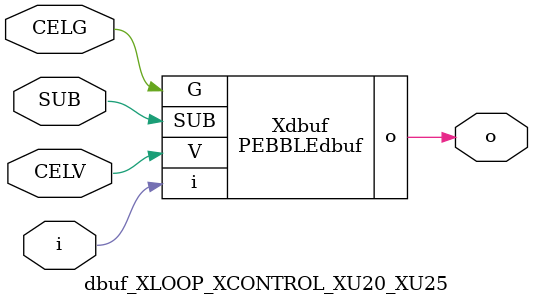
<source format=v>



module PEBBLEdbuf ( o, G, SUB, V, i );

  input V;
  input i;
  input G;
  output o;
  input SUB;
endmodule

//Celera Confidential Do Not Copy dbuf_XLOOP_XCONTROL_XU20_XU25
//Celera Confidential Symbol Generator
//Digital Buffer
module dbuf_XLOOP_XCONTROL_XU20_XU25 (CELV,CELG,i,o,SUB);
input CELV;
input CELG;
input i;
input SUB;
output o;

//Celera Confidential Do Not Copy dbuf
PEBBLEdbuf Xdbuf(
.V (CELV),
.i (i),
.o (o),
.SUB (SUB),
.G (CELG)
);
//,diesize,PEBBLEdbuf

//Celera Confidential Do Not Copy Module End
//Celera Schematic Generator
endmodule

</source>
